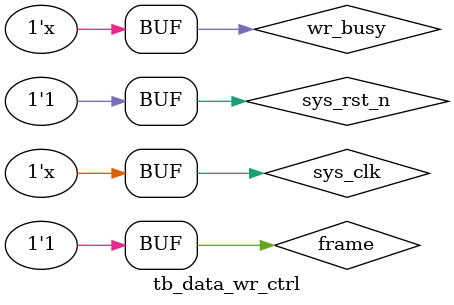
<source format=v>
module	tb_data_wr_ctrl();

reg			sys_clk		;
reg			sys_rst_n	;
reg			wr_busy		;
reg			frame	;
wire		wr_en	;
wire		wr_addr	;

initial begin
        sys_clk    = 1'b0;
        sys_rst_n <= 1'b0;
		wr_busy<=1'b1;
		frame<=1'b0;
        #20;
        sys_rst_n <= 1'b1;
		frame<=1'b0;
		wr_busy<=1'b1;
		#40;
		wr_busy<=1'b0;
		#140;
		frame<=1'b1;
		
end
//sys_clk先赋值0仿真正确,但sys_clk先赋值1仿真不正确
always  #10 sys_clk =   ~sys_clk;
always	#100	wr_busy=~wr_busy;
data_wr_ctrl	data_wr_ctrl_inst
(
  . sys_clk    (sys_clk) ,   //输入工作时钟,频率50MHz
  . sys_rst_n  (sys_rst_n) ,   //输入复位信号,低电平有效
  . wr_busy    (wr_busy) ,   //读操作忙信号
	.frame		(frame),
	
  . wr_en      (wr_en) ,   //数据读使能信号
  . wr_addr    (wr_addr)     //读数据扇区地址
);
endmodule
</source>
